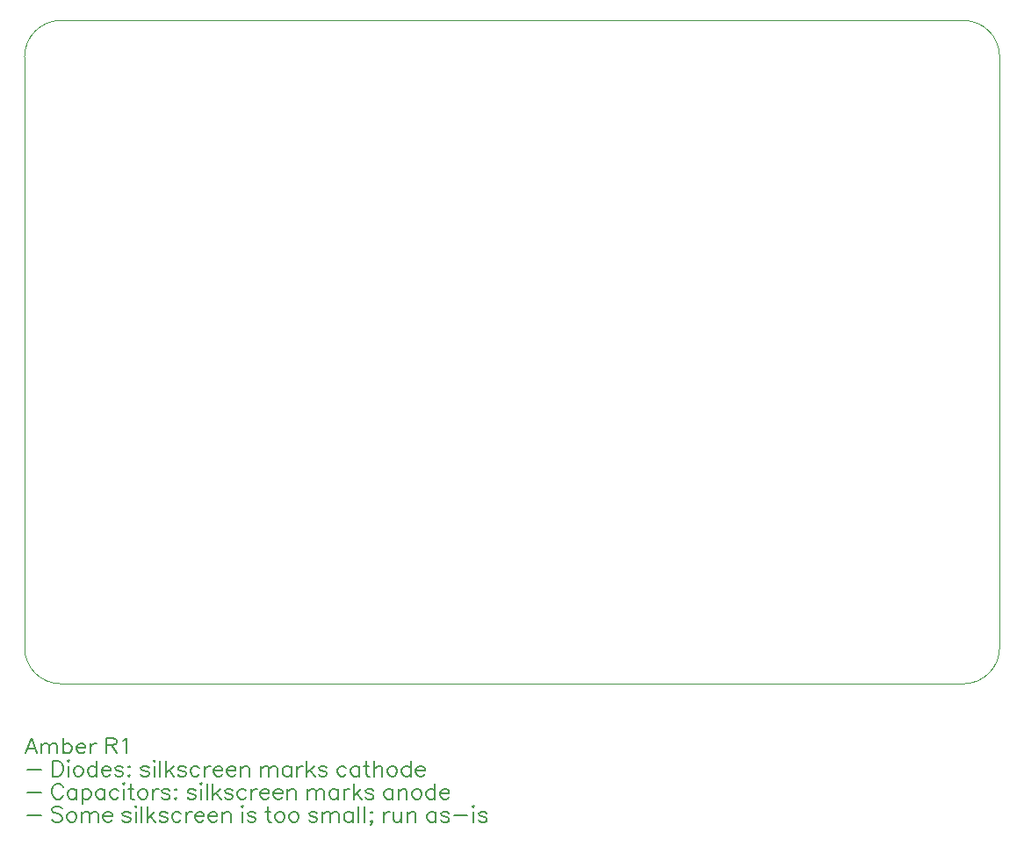
<source format=gbr>
%FSLAX46Y46*%
%MOMM*%
%ADD10C,0.010000*%
%ADD11C,0.180000*%
G01*
%LPD*%
G01*
%LPD*%
D10*
X0Y28500000D02*
X0Y-28500000D01*
D10*
X3499999Y-32000000D02*
X90500000Y-32000000D01*
D10*
X94000000Y-28500000D02*
X94000000Y28500000D01*
D10*
X90500000Y32000000D02*
X3499999Y32000000D01*
D11*
X71428Y-38714284D02*
X642857Y-37214284D01*
D11*
X1214285Y-38714284D02*
X642857Y-37214284D01*
D11*
X1000000Y-38214284D02*
X285714Y-38214284D01*
D11*
X1571428Y-38714284D02*
X1571428Y-37714284D01*
D11*
X1785714Y-37785716D02*
X1571428Y-38000000D01*
D11*
X1928571Y-37714284D02*
X1785714Y-37785716D01*
D11*
X2142857Y-37714284D02*
X1928571Y-37714284D01*
D11*
X2285714Y-37785716D02*
X2142857Y-37714284D01*
D11*
X2357142Y-38000000D02*
X2285714Y-37785716D01*
D11*
X2357142Y-38714284D02*
X2357142Y-38000000D01*
D11*
X2571428Y-37785716D02*
X2357142Y-38000000D01*
D11*
X2714285Y-37714284D02*
X2571428Y-37785716D01*
D11*
X2928571Y-37714284D02*
X2714285Y-37714284D01*
D11*
X3071428Y-37785716D02*
X2928571Y-37714284D01*
D11*
X3142857Y-38000000D02*
X3071428Y-37785716D01*
D11*
X3142857Y-38714284D02*
X3142857Y-38000000D01*
D11*
X3714285Y-38714284D02*
X3714285Y-37214284D01*
D11*
X3857142Y-37785716D02*
X3714285Y-37928572D01*
D11*
X4000000Y-37714284D02*
X3857142Y-37785716D01*
D11*
X4214285Y-37714284D02*
X4000000Y-37714284D01*
D11*
X4357143Y-37785716D02*
X4214285Y-37714284D01*
D11*
X4500000Y-37928572D02*
X4357143Y-37785716D01*
D11*
X4571428Y-38142856D02*
X4500000Y-37928572D01*
D11*
X4571428Y-38285716D02*
X4571428Y-38142856D01*
D11*
X4500000Y-38500000D02*
X4571428Y-38285716D01*
D11*
X4357143Y-38642856D02*
X4500000Y-38500000D01*
D11*
X4214285Y-38714284D02*
X4357143Y-38642856D01*
D11*
X4000000Y-38714284D02*
X4214285Y-38714284D01*
D11*
X3857142Y-38642856D02*
X4000000Y-38714284D01*
D11*
X3714285Y-38500000D02*
X3857142Y-38642856D01*
D11*
X5857143Y-38142856D02*
X5000000Y-38142856D01*
D11*
X5857143Y-38000000D02*
X5857143Y-38142856D01*
D11*
X5785714Y-37857144D02*
X5857143Y-38000000D01*
D11*
X5714285Y-37785716D02*
X5785714Y-37857144D01*
D11*
X5571428Y-37714284D02*
X5714285Y-37785716D01*
D11*
X5357143Y-37714284D02*
X5571428Y-37714284D01*
D11*
X5214285Y-37785716D02*
X5357143Y-37714284D01*
D11*
X5071428Y-37928572D02*
X5214285Y-37785716D01*
D11*
X5000000Y-38142856D02*
X5071428Y-37928572D01*
D11*
X5000000Y-38285716D02*
X5000000Y-38142856D01*
D11*
X5071428Y-38500000D02*
X5000000Y-38285716D01*
D11*
X5214285Y-38642856D02*
X5071428Y-38500000D01*
D11*
X5357143Y-38714284D02*
X5214285Y-38642856D01*
D11*
X5571428Y-38714284D02*
X5357143Y-38714284D01*
D11*
X5714285Y-38642856D02*
X5571428Y-38714284D01*
D11*
X5857143Y-38500000D02*
X5714285Y-38642856D01*
D11*
X6357143Y-38714284D02*
X6357143Y-37714284D01*
D11*
X6428571Y-37928572D02*
X6357143Y-38142856D01*
D11*
X6571428Y-37785716D02*
X6428571Y-37928572D01*
D11*
X6714285Y-37714284D02*
X6571428Y-37785716D01*
D11*
X6928571Y-37714284D02*
X6714285Y-37714284D01*
D11*
X7857142Y-38714284D02*
X7857142Y-37214284D01*
D11*
X8500000Y-37214284D02*
X7857142Y-37214284D01*
D11*
X8714286Y-37285716D02*
X8500000Y-37214284D01*
D11*
X8785714Y-37357144D02*
X8714286Y-37285716D01*
D11*
X8857143Y-37500000D02*
X8785714Y-37357144D01*
D11*
X8857143Y-37642856D02*
X8857143Y-37500000D01*
D11*
X8785714Y-37785716D02*
X8857143Y-37642856D01*
D11*
X8714286Y-37857144D02*
X8785714Y-37785716D01*
D11*
X8500000Y-37928572D02*
X8714286Y-37857144D01*
D11*
X7857142Y-37928572D02*
X8500000Y-37928572D01*
D11*
X8857143Y-38714284D02*
X8357142Y-37928572D01*
D11*
X9642857Y-37428572D02*
X9500000Y-37500000D01*
D11*
X9857143Y-37214284D02*
X9642857Y-37428572D01*
D11*
X9857143Y-38714284D02*
X9857143Y-37214284D01*
D11*
X1571428Y-40276428D02*
X285714Y-40276428D01*
D11*
X2714285Y-40919284D02*
X2714285Y-39419284D01*
D11*
X3214285Y-39419284D02*
X2714285Y-39419284D01*
D11*
X3428571Y-39490716D02*
X3214285Y-39419284D01*
D11*
X3571428Y-39633572D02*
X3428571Y-39490716D01*
D11*
X3642857Y-39776428D02*
X3571428Y-39633572D01*
D11*
X3714285Y-39990716D02*
X3642857Y-39776428D01*
D11*
X3714285Y-40347856D02*
X3714285Y-39990716D01*
D11*
X3642857Y-40562144D02*
X3714285Y-40347856D01*
D11*
X3571428Y-40705000D02*
X3642857Y-40562144D01*
D11*
X3428571Y-40847856D02*
X3571428Y-40705000D01*
D11*
X3214285Y-40919284D02*
X3428571Y-40847856D01*
D11*
X2714285Y-40919284D02*
X3214285Y-40919284D01*
D11*
X4214285Y-39490716D02*
X4142857Y-39419284D01*
D11*
X4285714Y-39419284D02*
X4214285Y-39490716D01*
D11*
X4214285Y-39347856D02*
X4285714Y-39419284D01*
D11*
X4142857Y-39419284D02*
X4214285Y-39347856D01*
D11*
X4214285Y-40919284D02*
X4214285Y-39919284D01*
D11*
X4928571Y-39990716D02*
X5071428Y-39919284D01*
D11*
X4785714Y-40133572D02*
X4928571Y-39990716D01*
D11*
X4714285Y-40347856D02*
X4785714Y-40133572D01*
D11*
X4714285Y-40490716D02*
X4714285Y-40347856D01*
D11*
X4785714Y-40705000D02*
X4714285Y-40490716D01*
D11*
X4928571Y-40847856D02*
X4785714Y-40705000D01*
D11*
X5071428Y-40919284D02*
X4928571Y-40847856D01*
D11*
X5285714Y-40919284D02*
X5071428Y-40919284D01*
D11*
X5428571Y-40847856D02*
X5285714Y-40919284D01*
D11*
X5571428Y-40705000D02*
X5428571Y-40847856D01*
D11*
X5642857Y-40490716D02*
X5571428Y-40705000D01*
D11*
X5642857Y-40347856D02*
X5642857Y-40490716D01*
D11*
X5571428Y-40133572D02*
X5642857Y-40347856D01*
D11*
X5428571Y-39990716D02*
X5571428Y-40133572D01*
D11*
X5285714Y-39919284D02*
X5428571Y-39990716D01*
D11*
X5071428Y-39919284D02*
X5285714Y-39919284D01*
D11*
X6928571Y-40919284D02*
X6928571Y-39419284D01*
D11*
X6785714Y-39990716D02*
X6928571Y-40133572D01*
D11*
X6642857Y-39919284D02*
X6785714Y-39990716D01*
D11*
X6428571Y-39919284D02*
X6642857Y-39919284D01*
D11*
X6285714Y-39990716D02*
X6428571Y-39919284D01*
D11*
X6142857Y-40133572D02*
X6285714Y-39990716D01*
D11*
X6071428Y-40347856D02*
X6142857Y-40133572D01*
D11*
X6071428Y-40490716D02*
X6071428Y-40347856D01*
D11*
X6142857Y-40705000D02*
X6071428Y-40490716D01*
D11*
X6285714Y-40847856D02*
X6142857Y-40705000D01*
D11*
X6428571Y-40919284D02*
X6285714Y-40847856D01*
D11*
X6642857Y-40919284D02*
X6428571Y-40919284D01*
D11*
X6785714Y-40847856D02*
X6642857Y-40919284D01*
D11*
X6928571Y-40705000D02*
X6785714Y-40847856D01*
D11*
X8285714Y-40347856D02*
X7428571Y-40347856D01*
D11*
X8285714Y-40205000D02*
X8285714Y-40347856D01*
D11*
X8214285Y-40062144D02*
X8285714Y-40205000D01*
D11*
X8142857Y-39990716D02*
X8214285Y-40062144D01*
D11*
X8000000Y-39919284D02*
X8142857Y-39990716D01*
D11*
X7785714Y-39919284D02*
X8000000Y-39919284D01*
D11*
X7642857Y-39990716D02*
X7785714Y-39919284D01*
D11*
X7500000Y-40133572D02*
X7642857Y-39990716D01*
D11*
X7428571Y-40347856D02*
X7500000Y-40133572D01*
D11*
X7428571Y-40490716D02*
X7428571Y-40347856D01*
D11*
X7500000Y-40705000D02*
X7428571Y-40490716D01*
D11*
X7642857Y-40847856D02*
X7500000Y-40705000D01*
D11*
X7785714Y-40919284D02*
X7642857Y-40847856D01*
D11*
X8000000Y-40919284D02*
X7785714Y-40919284D01*
D11*
X8142857Y-40847856D02*
X8000000Y-40919284D01*
D11*
X8285714Y-40705000D02*
X8142857Y-40847856D01*
D11*
X9428571Y-39990716D02*
X9500000Y-40133572D01*
D11*
X9214286Y-39919284D02*
X9428571Y-39990716D01*
D11*
X9000000Y-39919284D02*
X9214286Y-39919284D01*
D11*
X8785714Y-39990716D02*
X9000000Y-39919284D01*
D11*
X8714286Y-40133572D02*
X8785714Y-39990716D01*
D11*
X8785714Y-40276428D02*
X8714286Y-40133572D01*
D11*
X8928571Y-40347856D02*
X8785714Y-40276428D01*
D11*
X9285714Y-40419284D02*
X8928571Y-40347856D01*
D11*
X9428571Y-40490716D02*
X9285714Y-40419284D01*
D11*
X9500000Y-40633572D02*
X9428571Y-40490716D01*
D11*
X9500000Y-40705000D02*
X9500000Y-40633572D01*
D11*
X9428571Y-40847856D02*
X9500000Y-40705000D01*
D11*
X9214286Y-40919284D02*
X9428571Y-40847856D01*
D11*
X9000000Y-40919284D02*
X9214286Y-40919284D01*
D11*
X8785714Y-40847856D02*
X9000000Y-40919284D01*
D11*
X8714286Y-40705000D02*
X8785714Y-40847856D01*
D11*
X10000000Y-39990716D02*
X10071428Y-39919284D01*
D11*
X10071428Y-40062144D02*
X10000000Y-39990716D01*
D11*
X10142857Y-39990716D02*
X10071428Y-40062144D01*
D11*
X10071428Y-39919284D02*
X10142857Y-39990716D01*
D11*
X10000000Y-40847856D02*
X10071428Y-40776428D01*
D11*
X10071428Y-40919284D02*
X10000000Y-40847856D01*
D11*
X10142857Y-40847856D02*
X10071428Y-40919284D01*
D11*
X10071428Y-40776428D02*
X10142857Y-40847856D01*
D11*
X11928571Y-39990716D02*
X12000000Y-40133572D01*
D11*
X11714286Y-39919284D02*
X11928571Y-39990716D01*
D11*
X11500000Y-39919284D02*
X11714286Y-39919284D01*
D11*
X11285714Y-39990716D02*
X11500000Y-39919284D01*
D11*
X11214286Y-40133572D02*
X11285714Y-39990716D01*
D11*
X11285714Y-40276428D02*
X11214286Y-40133572D01*
D11*
X11428571Y-40347856D02*
X11285714Y-40276428D01*
D11*
X11785714Y-40419284D02*
X11428571Y-40347856D01*
D11*
X11928571Y-40490716D02*
X11785714Y-40419284D01*
D11*
X12000000Y-40633572D02*
X11928571Y-40490716D01*
D11*
X12000000Y-40705000D02*
X12000000Y-40633572D01*
D11*
X11928571Y-40847856D02*
X12000000Y-40705000D01*
D11*
X11714286Y-40919284D02*
X11928571Y-40847856D01*
D11*
X11500000Y-40919284D02*
X11714286Y-40919284D01*
D11*
X11285714Y-40847856D02*
X11500000Y-40919284D01*
D11*
X11214286Y-40705000D02*
X11285714Y-40847856D01*
D11*
X12500000Y-39490716D02*
X12428571Y-39419284D01*
D11*
X12571428Y-39419284D02*
X12500000Y-39490716D01*
D11*
X12500000Y-39347856D02*
X12571428Y-39419284D01*
D11*
X12428571Y-39419284D02*
X12500000Y-39347856D01*
D11*
X12500000Y-40919284D02*
X12500000Y-39919284D01*
D11*
X13071428Y-40919284D02*
X13071428Y-39419284D01*
D11*
X13642857Y-40919284D02*
X13642857Y-39419284D01*
D11*
X13642857Y-40633572D02*
X14357143Y-39919284D01*
D11*
X14428571Y-40919284D02*
X13928571Y-40347856D01*
D11*
X15500000Y-39990716D02*
X15571428Y-40133572D01*
D11*
X15285714Y-39919284D02*
X15500000Y-39990716D01*
D11*
X15071428Y-39919284D02*
X15285714Y-39919284D01*
D11*
X14857143Y-39990716D02*
X15071428Y-39919284D01*
D11*
X14785714Y-40133572D02*
X14857143Y-39990716D01*
D11*
X14857143Y-40276428D02*
X14785714Y-40133572D01*
D11*
X15000000Y-40347856D02*
X14857143Y-40276428D01*
D11*
X15357143Y-40419284D02*
X15000000Y-40347856D01*
D11*
X15500000Y-40490716D02*
X15357143Y-40419284D01*
D11*
X15571428Y-40633572D02*
X15500000Y-40490716D01*
D11*
X15571428Y-40705000D02*
X15571428Y-40633572D01*
D11*
X15500000Y-40847856D02*
X15571428Y-40705000D01*
D11*
X15285714Y-40919284D02*
X15500000Y-40847856D01*
D11*
X15071428Y-40919284D02*
X15285714Y-40919284D01*
D11*
X14857143Y-40847856D02*
X15071428Y-40919284D01*
D11*
X14785714Y-40705000D02*
X14857143Y-40847856D01*
D11*
X16714285Y-39990716D02*
X16857142Y-40133572D01*
D11*
X16571428Y-39919284D02*
X16714285Y-39990716D01*
D11*
X16357143Y-39919284D02*
X16571428Y-39919284D01*
D11*
X16214285Y-39990716D02*
X16357143Y-39919284D01*
D11*
X16071428Y-40133572D02*
X16214285Y-39990716D01*
D11*
X16000000Y-40347856D02*
X16071428Y-40133572D01*
D11*
X16000000Y-40490716D02*
X16000000Y-40347856D01*
D11*
X16071428Y-40705000D02*
X16000000Y-40490716D01*
D11*
X16214285Y-40847856D02*
X16071428Y-40705000D01*
D11*
X16357143Y-40919284D02*
X16214285Y-40847856D01*
D11*
X16571428Y-40919284D02*
X16357143Y-40919284D01*
D11*
X16714285Y-40847856D02*
X16571428Y-40919284D01*
D11*
X16857142Y-40705000D02*
X16714285Y-40847856D01*
D11*
X17357142Y-40919284D02*
X17357142Y-39919284D01*
D11*
X17428572Y-40133572D02*
X17357142Y-40347856D01*
D11*
X17571428Y-39990716D02*
X17428572Y-40133572D01*
D11*
X17714286Y-39919284D02*
X17571428Y-39990716D01*
D11*
X17928572Y-39919284D02*
X17714286Y-39919284D01*
D11*
X19071428Y-40347856D02*
X18214286Y-40347856D01*
D11*
X19071428Y-40205000D02*
X19071428Y-40347856D01*
D11*
X19000000Y-40062144D02*
X19071428Y-40205000D01*
D11*
X18928572Y-39990716D02*
X19000000Y-40062144D01*
D11*
X18785714Y-39919284D02*
X18928572Y-39990716D01*
D11*
X18571428Y-39919284D02*
X18785714Y-39919284D01*
D11*
X18428572Y-39990716D02*
X18571428Y-39919284D01*
D11*
X18285714Y-40133572D02*
X18428572Y-39990716D01*
D11*
X18214286Y-40347856D02*
X18285714Y-40133572D01*
D11*
X18214286Y-40490716D02*
X18214286Y-40347856D01*
D11*
X18285714Y-40705000D02*
X18214286Y-40490716D01*
D11*
X18428572Y-40847856D02*
X18285714Y-40705000D01*
D11*
X18571428Y-40919284D02*
X18428572Y-40847856D01*
D11*
X18785714Y-40919284D02*
X18571428Y-40919284D01*
D11*
X18928572Y-40847856D02*
X18785714Y-40919284D01*
D11*
X19071428Y-40705000D02*
X18928572Y-40847856D01*
D11*
X20357142Y-40347856D02*
X19500000Y-40347856D01*
D11*
X20357142Y-40205000D02*
X20357142Y-40347856D01*
D11*
X20285714Y-40062144D02*
X20357142Y-40205000D01*
D11*
X20214286Y-39990716D02*
X20285714Y-40062144D01*
D11*
X20071428Y-39919284D02*
X20214286Y-39990716D01*
D11*
X19857142Y-39919284D02*
X20071428Y-39919284D01*
D11*
X19714286Y-39990716D02*
X19857142Y-39919284D01*
D11*
X19571428Y-40133572D02*
X19714286Y-39990716D01*
D11*
X19500000Y-40347856D02*
X19571428Y-40133572D01*
D11*
X19500000Y-40490716D02*
X19500000Y-40347856D01*
D11*
X19571428Y-40705000D02*
X19500000Y-40490716D01*
D11*
X19714286Y-40847856D02*
X19571428Y-40705000D01*
D11*
X19857142Y-40919284D02*
X19714286Y-40847856D01*
D11*
X20071428Y-40919284D02*
X19857142Y-40919284D01*
D11*
X20214286Y-40847856D02*
X20071428Y-40919284D01*
D11*
X20357142Y-40705000D02*
X20214286Y-40847856D01*
D11*
X20857142Y-40919284D02*
X20857142Y-39919284D01*
D11*
X21071428Y-39990716D02*
X20857142Y-40205000D01*
D11*
X21214286Y-39919284D02*
X21071428Y-39990716D01*
D11*
X21428572Y-39919284D02*
X21214286Y-39919284D01*
D11*
X21571428Y-39990716D02*
X21428572Y-39919284D01*
D11*
X21642856Y-40205000D02*
X21571428Y-39990716D01*
D11*
X21642856Y-40919284D02*
X21642856Y-40205000D01*
D11*
X22785714Y-40919284D02*
X22785714Y-39919284D01*
D11*
X23000000Y-39990716D02*
X22785714Y-40205000D01*
D11*
X23142856Y-39919284D02*
X23000000Y-39990716D01*
D11*
X23357142Y-39919284D02*
X23142856Y-39919284D01*
D11*
X23500000Y-39990716D02*
X23357142Y-39919284D01*
D11*
X23571428Y-40205000D02*
X23500000Y-39990716D01*
D11*
X23571428Y-40919284D02*
X23571428Y-40205000D01*
D11*
X23785714Y-39990716D02*
X23571428Y-40205000D01*
D11*
X23928572Y-39919284D02*
X23785714Y-39990716D01*
D11*
X24142856Y-39919284D02*
X23928572Y-39919284D01*
D11*
X24285714Y-39990716D02*
X24142856Y-39919284D01*
D11*
X24357142Y-40205000D02*
X24285714Y-39990716D01*
D11*
X24357142Y-40919284D02*
X24357142Y-40205000D01*
D11*
X25714286Y-40919284D02*
X25714286Y-39919284D01*
D11*
X25571428Y-39990716D02*
X25714286Y-40133572D01*
D11*
X25428572Y-39919284D02*
X25571428Y-39990716D01*
D11*
X25214286Y-39919284D02*
X25428572Y-39919284D01*
D11*
X25071428Y-39990716D02*
X25214286Y-39919284D01*
D11*
X24928572Y-40133572D02*
X25071428Y-39990716D01*
D11*
X24857142Y-40347856D02*
X24928572Y-40133572D01*
D11*
X24857142Y-40490716D02*
X24857142Y-40347856D01*
D11*
X24928572Y-40705000D02*
X24857142Y-40490716D01*
D11*
X25071428Y-40847856D02*
X24928572Y-40705000D01*
D11*
X25214286Y-40919284D02*
X25071428Y-40847856D01*
D11*
X25428572Y-40919284D02*
X25214286Y-40919284D01*
D11*
X25571428Y-40847856D02*
X25428572Y-40919284D01*
D11*
X25714286Y-40705000D02*
X25571428Y-40847856D01*
D11*
X26285714Y-40919284D02*
X26285714Y-39919284D01*
D11*
X26357142Y-40133572D02*
X26285714Y-40347856D01*
D11*
X26500000Y-39990716D02*
X26357142Y-40133572D01*
D11*
X26642856Y-39919284D02*
X26500000Y-39990716D01*
D11*
X26857142Y-39919284D02*
X26642856Y-39919284D01*
D11*
X27214286Y-40919284D02*
X27214286Y-39419284D01*
D11*
X27214286Y-40633572D02*
X27928570Y-39919284D01*
D11*
X28000000Y-40919284D02*
X27500000Y-40347856D01*
D11*
X29071428Y-39990716D02*
X29142856Y-40133572D01*
D11*
X28857142Y-39919284D02*
X29071428Y-39990716D01*
D11*
X28642856Y-39919284D02*
X28857142Y-39919284D01*
D11*
X28428570Y-39990716D02*
X28642856Y-39919284D01*
D11*
X28357142Y-40133572D02*
X28428570Y-39990716D01*
D11*
X28428570Y-40276428D02*
X28357142Y-40133572D01*
D11*
X28571428Y-40347856D02*
X28428570Y-40276428D01*
D11*
X28928570Y-40419284D02*
X28571428Y-40347856D01*
D11*
X29071428Y-40490716D02*
X28928570Y-40419284D01*
D11*
X29142856Y-40633572D02*
X29071428Y-40490716D01*
D11*
X29142856Y-40705000D02*
X29142856Y-40633572D01*
D11*
X29071428Y-40847856D02*
X29142856Y-40705000D01*
D11*
X28857142Y-40919284D02*
X29071428Y-40847856D01*
D11*
X28642856Y-40919284D02*
X28857142Y-40919284D01*
D11*
X28428570Y-40847856D02*
X28642856Y-40919284D01*
D11*
X28357142Y-40705000D02*
X28428570Y-40847856D01*
D11*
X30857142Y-39990716D02*
X31000000Y-40133572D01*
D11*
X30714286Y-39919284D02*
X30857142Y-39990716D01*
D11*
X30500000Y-39919284D02*
X30714286Y-39919284D01*
D11*
X30357142Y-39990716D02*
X30500000Y-39919284D01*
D11*
X30214286Y-40133572D02*
X30357142Y-39990716D01*
D11*
X30142856Y-40347856D02*
X30214286Y-40133572D01*
D11*
X30142856Y-40490716D02*
X30142856Y-40347856D01*
D11*
X30214286Y-40705000D02*
X30142856Y-40490716D01*
D11*
X30357142Y-40847856D02*
X30214286Y-40705000D01*
D11*
X30500000Y-40919284D02*
X30357142Y-40847856D01*
D11*
X30714286Y-40919284D02*
X30500000Y-40919284D01*
D11*
X30857142Y-40847856D02*
X30714286Y-40919284D01*
D11*
X31000000Y-40705000D02*
X30857142Y-40847856D01*
D11*
X32285714Y-40919284D02*
X32285714Y-39919284D01*
D11*
X32142856Y-39990716D02*
X32285714Y-40133572D01*
D11*
X32000000Y-39919284D02*
X32142856Y-39990716D01*
D11*
X31785714Y-39919284D02*
X32000000Y-39919284D01*
D11*
X31642856Y-39990716D02*
X31785714Y-39919284D01*
D11*
X31500000Y-40133572D02*
X31642856Y-39990716D01*
D11*
X31428570Y-40347856D02*
X31500000Y-40133572D01*
D11*
X31428570Y-40490716D02*
X31428570Y-40347856D01*
D11*
X31500000Y-40705000D02*
X31428570Y-40490716D01*
D11*
X31642856Y-40847856D02*
X31500000Y-40705000D01*
D11*
X31785714Y-40919284D02*
X31642856Y-40847856D01*
D11*
X32000000Y-40919284D02*
X31785714Y-40919284D01*
D11*
X32142856Y-40847856D02*
X32000000Y-40919284D01*
D11*
X32285714Y-40705000D02*
X32142856Y-40847856D01*
D11*
X32928570Y-40633572D02*
X32928570Y-39419284D01*
D11*
X33000000Y-40847856D02*
X32928570Y-40633572D01*
D11*
X33142856Y-40919284D02*
X33000000Y-40847856D01*
D11*
X33285714Y-40919284D02*
X33142856Y-40919284D01*
D11*
X33214286Y-39919284D02*
X32714286Y-39919284D01*
D11*
X33714284Y-40919284D02*
X33714284Y-39419284D01*
D11*
X33928572Y-39990716D02*
X33714284Y-40205000D01*
D11*
X34071428Y-39919284D02*
X33928572Y-39990716D01*
D11*
X34285712Y-39919284D02*
X34071428Y-39919284D01*
D11*
X34428572Y-39990716D02*
X34285712Y-39919284D01*
D11*
X34500000Y-40205000D02*
X34428572Y-39990716D01*
D11*
X34500000Y-40919284D02*
X34500000Y-40205000D01*
D11*
X35214284Y-39990716D02*
X35357144Y-39919284D01*
D11*
X35071428Y-40133572D02*
X35214284Y-39990716D01*
D11*
X35000000Y-40347856D02*
X35071428Y-40133572D01*
D11*
X35000000Y-40490716D02*
X35000000Y-40347856D01*
D11*
X35071428Y-40705000D02*
X35000000Y-40490716D01*
D11*
X35214284Y-40847856D02*
X35071428Y-40705000D01*
D11*
X35357144Y-40919284D02*
X35214284Y-40847856D01*
D11*
X35571428Y-40919284D02*
X35357144Y-40919284D01*
D11*
X35714284Y-40847856D02*
X35571428Y-40919284D01*
D11*
X35857144Y-40705000D02*
X35714284Y-40847856D01*
D11*
X35928572Y-40490716D02*
X35857144Y-40705000D01*
D11*
X35928572Y-40347856D02*
X35928572Y-40490716D01*
D11*
X35857144Y-40133572D02*
X35928572Y-40347856D01*
D11*
X35714284Y-39990716D02*
X35857144Y-40133572D01*
D11*
X35571428Y-39919284D02*
X35714284Y-39990716D01*
D11*
X35357144Y-39919284D02*
X35571428Y-39919284D01*
D11*
X37214284Y-40919284D02*
X37214284Y-39419284D01*
D11*
X37071428Y-39990716D02*
X37214284Y-40133572D01*
D11*
X36928572Y-39919284D02*
X37071428Y-39990716D01*
D11*
X36714284Y-39919284D02*
X36928572Y-39919284D01*
D11*
X36571428Y-39990716D02*
X36714284Y-39919284D01*
D11*
X36428572Y-40133572D02*
X36571428Y-39990716D01*
D11*
X36357144Y-40347856D02*
X36428572Y-40133572D01*
D11*
X36357144Y-40490716D02*
X36357144Y-40347856D01*
D11*
X36428572Y-40705000D02*
X36357144Y-40490716D01*
D11*
X36571428Y-40847856D02*
X36428572Y-40705000D01*
D11*
X36714284Y-40919284D02*
X36571428Y-40847856D01*
D11*
X36928572Y-40919284D02*
X36714284Y-40919284D01*
D11*
X37071428Y-40847856D02*
X36928572Y-40919284D01*
D11*
X37214284Y-40705000D02*
X37071428Y-40847856D01*
D11*
X38571428Y-40347856D02*
X37714284Y-40347856D01*
D11*
X38571428Y-40205000D02*
X38571428Y-40347856D01*
D11*
X38500000Y-40062144D02*
X38571428Y-40205000D01*
D11*
X38428572Y-39990716D02*
X38500000Y-40062144D01*
D11*
X38285712Y-39919284D02*
X38428572Y-39990716D01*
D11*
X38071428Y-39919284D02*
X38285712Y-39919284D01*
D11*
X37928572Y-39990716D02*
X38071428Y-39919284D01*
D11*
X37785712Y-40133572D02*
X37928572Y-39990716D01*
D11*
X37714284Y-40347856D02*
X37785712Y-40133572D01*
D11*
X37714284Y-40490716D02*
X37714284Y-40347856D01*
D11*
X37785712Y-40705000D02*
X37714284Y-40490716D01*
D11*
X37928572Y-40847856D02*
X37785712Y-40705000D01*
D11*
X38071428Y-40919284D02*
X37928572Y-40847856D01*
D11*
X38285712Y-40919284D02*
X38071428Y-40919284D01*
D11*
X38428572Y-40847856D02*
X38285712Y-40919284D01*
D11*
X38571428Y-40705000D02*
X38428572Y-40847856D01*
D11*
X1571428Y-42481428D02*
X285714Y-42481428D01*
D11*
X3642857Y-41838572D02*
X3714285Y-41981428D01*
D11*
X3500000Y-41695716D02*
X3642857Y-41838572D01*
D11*
X3357142Y-41624284D02*
X3500000Y-41695716D01*
D11*
X3071428Y-41624284D02*
X3357142Y-41624284D01*
D11*
X2928571Y-41695716D02*
X3071428Y-41624284D01*
D11*
X2785714Y-41838572D02*
X2928571Y-41695716D01*
D11*
X2714285Y-41981428D02*
X2785714Y-41838572D01*
D11*
X2642857Y-42195716D02*
X2714285Y-41981428D01*
D11*
X2642857Y-42552856D02*
X2642857Y-42195716D01*
D11*
X2714285Y-42767144D02*
X2642857Y-42552856D01*
D11*
X2785714Y-42910000D02*
X2714285Y-42767144D01*
D11*
X2928571Y-43052856D02*
X2785714Y-42910000D01*
D11*
X3071428Y-43124284D02*
X2928571Y-43052856D01*
D11*
X3357142Y-43124284D02*
X3071428Y-43124284D01*
D11*
X3500000Y-43052856D02*
X3357142Y-43124284D01*
D11*
X3642857Y-42910000D02*
X3500000Y-43052856D01*
D11*
X3714285Y-42767144D02*
X3642857Y-42910000D01*
D11*
X5000000Y-43124284D02*
X5000000Y-42124284D01*
D11*
X4857143Y-42195716D02*
X5000000Y-42338572D01*
D11*
X4714285Y-42124284D02*
X4857143Y-42195716D01*
D11*
X4500000Y-42124284D02*
X4714285Y-42124284D01*
D11*
X4357143Y-42195716D02*
X4500000Y-42124284D01*
D11*
X4214285Y-42338572D02*
X4357143Y-42195716D01*
D11*
X4142857Y-42552856D02*
X4214285Y-42338572D01*
D11*
X4142857Y-42695716D02*
X4142857Y-42552856D01*
D11*
X4214285Y-42910000D02*
X4142857Y-42695716D01*
D11*
X4357143Y-43052856D02*
X4214285Y-42910000D01*
D11*
X4500000Y-43124284D02*
X4357143Y-43052856D01*
D11*
X4714285Y-43124284D02*
X4500000Y-43124284D01*
D11*
X4857143Y-43052856D02*
X4714285Y-43124284D01*
D11*
X5000000Y-42910000D02*
X4857143Y-43052856D01*
D11*
X5571428Y-43624284D02*
X5571428Y-42124284D01*
D11*
X5714285Y-42195716D02*
X5571428Y-42338572D01*
D11*
X5857143Y-42124284D02*
X5714285Y-42195716D01*
D11*
X6071428Y-42124284D02*
X5857143Y-42124284D01*
D11*
X6214285Y-42195716D02*
X6071428Y-42124284D01*
D11*
X6357143Y-42338572D02*
X6214285Y-42195716D01*
D11*
X6428571Y-42552856D02*
X6357143Y-42338572D01*
D11*
X6428571Y-42695716D02*
X6428571Y-42552856D01*
D11*
X6357143Y-42910000D02*
X6428571Y-42695716D01*
D11*
X6214285Y-43052856D02*
X6357143Y-42910000D01*
D11*
X6071428Y-43124284D02*
X6214285Y-43052856D01*
D11*
X5857143Y-43124284D02*
X6071428Y-43124284D01*
D11*
X5714285Y-43052856D02*
X5857143Y-43124284D01*
D11*
X5571428Y-42910000D02*
X5714285Y-43052856D01*
D11*
X7714285Y-43124284D02*
X7714285Y-42124284D01*
D11*
X7571428Y-42195716D02*
X7714285Y-42338572D01*
D11*
X7428571Y-42124284D02*
X7571428Y-42195716D01*
D11*
X7214285Y-42124284D02*
X7428571Y-42124284D01*
D11*
X7071428Y-42195716D02*
X7214285Y-42124284D01*
D11*
X6928571Y-42338572D02*
X7071428Y-42195716D01*
D11*
X6857143Y-42552856D02*
X6928571Y-42338572D01*
D11*
X6857143Y-42695716D02*
X6857143Y-42552856D01*
D11*
X6928571Y-42910000D02*
X6857143Y-42695716D01*
D11*
X7071428Y-43052856D02*
X6928571Y-42910000D01*
D11*
X7214285Y-43124284D02*
X7071428Y-43052856D01*
D11*
X7428571Y-43124284D02*
X7214285Y-43124284D01*
D11*
X7571428Y-43052856D02*
X7428571Y-43124284D01*
D11*
X7714285Y-42910000D02*
X7571428Y-43052856D01*
D11*
X8928571Y-42195716D02*
X9071428Y-42338572D01*
D11*
X8785714Y-42124284D02*
X8928571Y-42195716D01*
D11*
X8571428Y-42124284D02*
X8785714Y-42124284D01*
D11*
X8428571Y-42195716D02*
X8571428Y-42124284D01*
D11*
X8285714Y-42338572D02*
X8428571Y-42195716D01*
D11*
X8214285Y-42552856D02*
X8285714Y-42338572D01*
D11*
X8214285Y-42695716D02*
X8214285Y-42552856D01*
D11*
X8285714Y-42910000D02*
X8214285Y-42695716D01*
D11*
X8428571Y-43052856D02*
X8285714Y-42910000D01*
D11*
X8571428Y-43124284D02*
X8428571Y-43052856D01*
D11*
X8785714Y-43124284D02*
X8571428Y-43124284D01*
D11*
X8928571Y-43052856D02*
X8785714Y-43124284D01*
D11*
X9071428Y-42910000D02*
X8928571Y-43052856D01*
D11*
X9571428Y-41695716D02*
X9500000Y-41624284D01*
D11*
X9642857Y-41624284D02*
X9571428Y-41695716D01*
D11*
X9571428Y-41552856D02*
X9642857Y-41624284D01*
D11*
X9500000Y-41624284D02*
X9571428Y-41552856D01*
D11*
X9571428Y-43124284D02*
X9571428Y-42124284D01*
D11*
X10214286Y-42838572D02*
X10214286Y-41624284D01*
D11*
X10285714Y-43052856D02*
X10214286Y-42838572D01*
D11*
X10428571Y-43124284D02*
X10285714Y-43052856D01*
D11*
X10571428Y-43124284D02*
X10428571Y-43124284D01*
D11*
X10500000Y-42124284D02*
X10000000Y-42124284D01*
D11*
X11142857Y-42195716D02*
X11285714Y-42124284D01*
D11*
X11000000Y-42338572D02*
X11142857Y-42195716D01*
D11*
X10928571Y-42552856D02*
X11000000Y-42338572D01*
D11*
X10928571Y-42695716D02*
X10928571Y-42552856D01*
D11*
X11000000Y-42910000D02*
X10928571Y-42695716D01*
D11*
X11142857Y-43052856D02*
X11000000Y-42910000D01*
D11*
X11285714Y-43124284D02*
X11142857Y-43052856D01*
D11*
X11500000Y-43124284D02*
X11285714Y-43124284D01*
D11*
X11642857Y-43052856D02*
X11500000Y-43124284D01*
D11*
X11785714Y-42910000D02*
X11642857Y-43052856D01*
D11*
X11857143Y-42695716D02*
X11785714Y-42910000D01*
D11*
X11857143Y-42552856D02*
X11857143Y-42695716D01*
D11*
X11785714Y-42338572D02*
X11857143Y-42552856D01*
D11*
X11642857Y-42195716D02*
X11785714Y-42338572D01*
D11*
X11500000Y-42124284D02*
X11642857Y-42195716D01*
D11*
X11285714Y-42124284D02*
X11500000Y-42124284D01*
D11*
X12357143Y-43124284D02*
X12357143Y-42124284D01*
D11*
X12428571Y-42338572D02*
X12357143Y-42552856D01*
D11*
X12571428Y-42195716D02*
X12428571Y-42338572D01*
D11*
X12714286Y-42124284D02*
X12571428Y-42195716D01*
D11*
X12928571Y-42124284D02*
X12714286Y-42124284D01*
D11*
X13928571Y-42195716D02*
X14000000Y-42338572D01*
D11*
X13714286Y-42124284D02*
X13928571Y-42195716D01*
D11*
X13500000Y-42124284D02*
X13714286Y-42124284D01*
D11*
X13285714Y-42195716D02*
X13500000Y-42124284D01*
D11*
X13214286Y-42338572D02*
X13285714Y-42195716D01*
D11*
X13285714Y-42481428D02*
X13214286Y-42338572D01*
D11*
X13428571Y-42552856D02*
X13285714Y-42481428D01*
D11*
X13785714Y-42624284D02*
X13428571Y-42552856D01*
D11*
X13928571Y-42695716D02*
X13785714Y-42624284D01*
D11*
X14000000Y-42838572D02*
X13928571Y-42695716D01*
D11*
X14000000Y-42910000D02*
X14000000Y-42838572D01*
D11*
X13928571Y-43052856D02*
X14000000Y-42910000D01*
D11*
X13714286Y-43124284D02*
X13928571Y-43052856D01*
D11*
X13500000Y-43124284D02*
X13714286Y-43124284D01*
D11*
X13285714Y-43052856D02*
X13500000Y-43124284D01*
D11*
X13214286Y-42910000D02*
X13285714Y-43052856D01*
D11*
X14500000Y-42195716D02*
X14571428Y-42124284D01*
D11*
X14571428Y-42267144D02*
X14500000Y-42195716D01*
D11*
X14642857Y-42195716D02*
X14571428Y-42267144D01*
D11*
X14571428Y-42124284D02*
X14642857Y-42195716D01*
D11*
X14500000Y-43052856D02*
X14571428Y-42981428D01*
D11*
X14571428Y-43124284D02*
X14500000Y-43052856D01*
D11*
X14642857Y-43052856D02*
X14571428Y-43124284D01*
D11*
X14571428Y-42981428D02*
X14642857Y-43052856D01*
D11*
X16428571Y-42195716D02*
X16500000Y-42338572D01*
D11*
X16214285Y-42124284D02*
X16428571Y-42195716D01*
D11*
X16000000Y-42124284D02*
X16214285Y-42124284D01*
D11*
X15785714Y-42195716D02*
X16000000Y-42124284D01*
D11*
X15714285Y-42338572D02*
X15785714Y-42195716D01*
D11*
X15785714Y-42481428D02*
X15714285Y-42338572D01*
D11*
X15928571Y-42552856D02*
X15785714Y-42481428D01*
D11*
X16285714Y-42624284D02*
X15928571Y-42552856D01*
D11*
X16428571Y-42695716D02*
X16285714Y-42624284D01*
D11*
X16500000Y-42838572D02*
X16428571Y-42695716D01*
D11*
X16500000Y-42910000D02*
X16500000Y-42838572D01*
D11*
X16428571Y-43052856D02*
X16500000Y-42910000D01*
D11*
X16214285Y-43124284D02*
X16428571Y-43052856D01*
D11*
X16000000Y-43124284D02*
X16214285Y-43124284D01*
D11*
X15785714Y-43052856D02*
X16000000Y-43124284D01*
D11*
X15714285Y-42910000D02*
X15785714Y-43052856D01*
D11*
X17000000Y-41695716D02*
X16928572Y-41624284D01*
D11*
X17071428Y-41624284D02*
X17000000Y-41695716D01*
D11*
X17000000Y-41552856D02*
X17071428Y-41624284D01*
D11*
X16928572Y-41624284D02*
X17000000Y-41552856D01*
D11*
X17000000Y-43124284D02*
X17000000Y-42124284D01*
D11*
X17571428Y-43124284D02*
X17571428Y-41624284D01*
D11*
X18142856Y-43124284D02*
X18142856Y-41624284D01*
D11*
X18142856Y-42838572D02*
X18857142Y-42124284D01*
D11*
X18928572Y-43124284D02*
X18428572Y-42552856D01*
D11*
X20000000Y-42195716D02*
X20071428Y-42338572D01*
D11*
X19785714Y-42124284D02*
X20000000Y-42195716D01*
D11*
X19571428Y-42124284D02*
X19785714Y-42124284D01*
D11*
X19357142Y-42195716D02*
X19571428Y-42124284D01*
D11*
X19285714Y-42338572D02*
X19357142Y-42195716D01*
D11*
X19357142Y-42481428D02*
X19285714Y-42338572D01*
D11*
X19500000Y-42552856D02*
X19357142Y-42481428D01*
D11*
X19857142Y-42624284D02*
X19500000Y-42552856D01*
D11*
X20000000Y-42695716D02*
X19857142Y-42624284D01*
D11*
X20071428Y-42838572D02*
X20000000Y-42695716D01*
D11*
X20071428Y-42910000D02*
X20071428Y-42838572D01*
D11*
X20000000Y-43052856D02*
X20071428Y-42910000D01*
D11*
X19785714Y-43124284D02*
X20000000Y-43052856D01*
D11*
X19571428Y-43124284D02*
X19785714Y-43124284D01*
D11*
X19357142Y-43052856D02*
X19571428Y-43124284D01*
D11*
X19285714Y-42910000D02*
X19357142Y-43052856D01*
D11*
X21214286Y-42195716D02*
X21357142Y-42338572D01*
D11*
X21071428Y-42124284D02*
X21214286Y-42195716D01*
D11*
X20857142Y-42124284D02*
X21071428Y-42124284D01*
D11*
X20714286Y-42195716D02*
X20857142Y-42124284D01*
D11*
X20571428Y-42338572D02*
X20714286Y-42195716D01*
D11*
X20500000Y-42552856D02*
X20571428Y-42338572D01*
D11*
X20500000Y-42695716D02*
X20500000Y-42552856D01*
D11*
X20571428Y-42910000D02*
X20500000Y-42695716D01*
D11*
X20714286Y-43052856D02*
X20571428Y-42910000D01*
D11*
X20857142Y-43124284D02*
X20714286Y-43052856D01*
D11*
X21071428Y-43124284D02*
X20857142Y-43124284D01*
D11*
X21214286Y-43052856D02*
X21071428Y-43124284D01*
D11*
X21357142Y-42910000D02*
X21214286Y-43052856D01*
D11*
X21857142Y-43124284D02*
X21857142Y-42124284D01*
D11*
X21928572Y-42338572D02*
X21857142Y-42552856D01*
D11*
X22071428Y-42195716D02*
X21928572Y-42338572D01*
D11*
X22214286Y-42124284D02*
X22071428Y-42195716D01*
D11*
X22428572Y-42124284D02*
X22214286Y-42124284D01*
D11*
X23571428Y-42552856D02*
X22714286Y-42552856D01*
D11*
X23571428Y-42410000D02*
X23571428Y-42552856D01*
D11*
X23500000Y-42267144D02*
X23571428Y-42410000D01*
D11*
X23428572Y-42195716D02*
X23500000Y-42267144D01*
D11*
X23285714Y-42124284D02*
X23428572Y-42195716D01*
D11*
X23071428Y-42124284D02*
X23285714Y-42124284D01*
D11*
X22928572Y-42195716D02*
X23071428Y-42124284D01*
D11*
X22785714Y-42338572D02*
X22928572Y-42195716D01*
D11*
X22714286Y-42552856D02*
X22785714Y-42338572D01*
D11*
X22714286Y-42695716D02*
X22714286Y-42552856D01*
D11*
X22785714Y-42910000D02*
X22714286Y-42695716D01*
D11*
X22928572Y-43052856D02*
X22785714Y-42910000D01*
D11*
X23071428Y-43124284D02*
X22928572Y-43052856D01*
D11*
X23285714Y-43124284D02*
X23071428Y-43124284D01*
D11*
X23428572Y-43052856D02*
X23285714Y-43124284D01*
D11*
X23571428Y-42910000D02*
X23428572Y-43052856D01*
D11*
X24857142Y-42552856D02*
X24000000Y-42552856D01*
D11*
X24857142Y-42410000D02*
X24857142Y-42552856D01*
D11*
X24785714Y-42267144D02*
X24857142Y-42410000D01*
D11*
X24714286Y-42195716D02*
X24785714Y-42267144D01*
D11*
X24571428Y-42124284D02*
X24714286Y-42195716D01*
D11*
X24357142Y-42124284D02*
X24571428Y-42124284D01*
D11*
X24214286Y-42195716D02*
X24357142Y-42124284D01*
D11*
X24071428Y-42338572D02*
X24214286Y-42195716D01*
D11*
X24000000Y-42552856D02*
X24071428Y-42338572D01*
D11*
X24000000Y-42695716D02*
X24000000Y-42552856D01*
D11*
X24071428Y-42910000D02*
X24000000Y-42695716D01*
D11*
X24214286Y-43052856D02*
X24071428Y-42910000D01*
D11*
X24357142Y-43124284D02*
X24214286Y-43052856D01*
D11*
X24571428Y-43124284D02*
X24357142Y-43124284D01*
D11*
X24714286Y-43052856D02*
X24571428Y-43124284D01*
D11*
X24857142Y-42910000D02*
X24714286Y-43052856D01*
D11*
X25357142Y-43124284D02*
X25357142Y-42124284D01*
D11*
X25571428Y-42195716D02*
X25357142Y-42410000D01*
D11*
X25714286Y-42124284D02*
X25571428Y-42195716D01*
D11*
X25928572Y-42124284D02*
X25714286Y-42124284D01*
D11*
X26071428Y-42195716D02*
X25928572Y-42124284D01*
D11*
X26142856Y-42410000D02*
X26071428Y-42195716D01*
D11*
X26142856Y-43124284D02*
X26142856Y-42410000D01*
D11*
X27285714Y-43124284D02*
X27285714Y-42124284D01*
D11*
X27500000Y-42195716D02*
X27285714Y-42410000D01*
D11*
X27642856Y-42124284D02*
X27500000Y-42195716D01*
D11*
X27857142Y-42124284D02*
X27642856Y-42124284D01*
D11*
X28000000Y-42195716D02*
X27857142Y-42124284D01*
D11*
X28071428Y-42410000D02*
X28000000Y-42195716D01*
D11*
X28071428Y-43124284D02*
X28071428Y-42410000D01*
D11*
X28285714Y-42195716D02*
X28071428Y-42410000D01*
D11*
X28428570Y-42124284D02*
X28285714Y-42195716D01*
D11*
X28642856Y-42124284D02*
X28428570Y-42124284D01*
D11*
X28785714Y-42195716D02*
X28642856Y-42124284D01*
D11*
X28857142Y-42410000D02*
X28785714Y-42195716D01*
D11*
X28857142Y-43124284D02*
X28857142Y-42410000D01*
D11*
X30214286Y-43124284D02*
X30214286Y-42124284D01*
D11*
X30071428Y-42195716D02*
X30214286Y-42338572D01*
D11*
X29928570Y-42124284D02*
X30071428Y-42195716D01*
D11*
X29714286Y-42124284D02*
X29928570Y-42124284D01*
D11*
X29571428Y-42195716D02*
X29714286Y-42124284D01*
D11*
X29428570Y-42338572D02*
X29571428Y-42195716D01*
D11*
X29357142Y-42552856D02*
X29428570Y-42338572D01*
D11*
X29357142Y-42695716D02*
X29357142Y-42552856D01*
D11*
X29428570Y-42910000D02*
X29357142Y-42695716D01*
D11*
X29571428Y-43052856D02*
X29428570Y-42910000D01*
D11*
X29714286Y-43124284D02*
X29571428Y-43052856D01*
D11*
X29928570Y-43124284D02*
X29714286Y-43124284D01*
D11*
X30071428Y-43052856D02*
X29928570Y-43124284D01*
D11*
X30214286Y-42910000D02*
X30071428Y-43052856D01*
D11*
X30785714Y-43124284D02*
X30785714Y-42124284D01*
D11*
X30857142Y-42338572D02*
X30785714Y-42552856D01*
D11*
X31000000Y-42195716D02*
X30857142Y-42338572D01*
D11*
X31142856Y-42124284D02*
X31000000Y-42195716D01*
D11*
X31357142Y-42124284D02*
X31142856Y-42124284D01*
D11*
X31714286Y-43124284D02*
X31714286Y-41624284D01*
D11*
X31714286Y-42838572D02*
X32428570Y-42124284D01*
D11*
X32500000Y-43124284D02*
X32000000Y-42552856D01*
D11*
X33571428Y-42195716D02*
X33642856Y-42338572D01*
D11*
X33357142Y-42124284D02*
X33571428Y-42195716D01*
D11*
X33142856Y-42124284D02*
X33357142Y-42124284D01*
D11*
X32928570Y-42195716D02*
X33142856Y-42124284D01*
D11*
X32857142Y-42338572D02*
X32928570Y-42195716D01*
D11*
X32928570Y-42481428D02*
X32857142Y-42338572D01*
D11*
X33071428Y-42552856D02*
X32928570Y-42481428D01*
D11*
X33428570Y-42624284D02*
X33071428Y-42552856D01*
D11*
X33571428Y-42695716D02*
X33428570Y-42624284D01*
D11*
X33642856Y-42838572D02*
X33571428Y-42695716D01*
D11*
X33642856Y-42910000D02*
X33642856Y-42838572D01*
D11*
X33571428Y-43052856D02*
X33642856Y-42910000D01*
D11*
X33357142Y-43124284D02*
X33571428Y-43052856D01*
D11*
X33142856Y-43124284D02*
X33357142Y-43124284D01*
D11*
X32928570Y-43052856D02*
X33142856Y-43124284D01*
D11*
X32857142Y-42910000D02*
X32928570Y-43052856D01*
D11*
X35500000Y-43124284D02*
X35500000Y-42124284D01*
D11*
X35357144Y-42195716D02*
X35500000Y-42338572D01*
D11*
X35214284Y-42124284D02*
X35357144Y-42195716D01*
D11*
X35000000Y-42124284D02*
X35214284Y-42124284D01*
D11*
X34857144Y-42195716D02*
X35000000Y-42124284D01*
D11*
X34714284Y-42338572D02*
X34857144Y-42195716D01*
D11*
X34642856Y-42552856D02*
X34714284Y-42338572D01*
D11*
X34642856Y-42695716D02*
X34642856Y-42552856D01*
D11*
X34714284Y-42910000D02*
X34642856Y-42695716D01*
D11*
X34857144Y-43052856D02*
X34714284Y-42910000D01*
D11*
X35000000Y-43124284D02*
X34857144Y-43052856D01*
D11*
X35214284Y-43124284D02*
X35000000Y-43124284D01*
D11*
X35357144Y-43052856D02*
X35214284Y-43124284D01*
D11*
X35500000Y-42910000D02*
X35357144Y-43052856D01*
D11*
X36071428Y-43124284D02*
X36071428Y-42124284D01*
D11*
X36285712Y-42195716D02*
X36071428Y-42410000D01*
D11*
X36428572Y-42124284D02*
X36285712Y-42195716D01*
D11*
X36642856Y-42124284D02*
X36428572Y-42124284D01*
D11*
X36785712Y-42195716D02*
X36642856Y-42124284D01*
D11*
X36857144Y-42410000D02*
X36785712Y-42195716D01*
D11*
X36857144Y-43124284D02*
X36857144Y-42410000D01*
D11*
X37571428Y-42195716D02*
X37714284Y-42124284D01*
D11*
X37428572Y-42338572D02*
X37571428Y-42195716D01*
D11*
X37357144Y-42552856D02*
X37428572Y-42338572D01*
D11*
X37357144Y-42695716D02*
X37357144Y-42552856D01*
D11*
X37428572Y-42910000D02*
X37357144Y-42695716D01*
D11*
X37571428Y-43052856D02*
X37428572Y-42910000D01*
D11*
X37714284Y-43124284D02*
X37571428Y-43052856D01*
D11*
X37928572Y-43124284D02*
X37714284Y-43124284D01*
D11*
X38071428Y-43052856D02*
X37928572Y-43124284D01*
D11*
X38214284Y-42910000D02*
X38071428Y-43052856D01*
D11*
X38285712Y-42695716D02*
X38214284Y-42910000D01*
D11*
X38285712Y-42552856D02*
X38285712Y-42695716D01*
D11*
X38214284Y-42338572D02*
X38285712Y-42552856D01*
D11*
X38071428Y-42195716D02*
X38214284Y-42338572D01*
D11*
X37928572Y-42124284D02*
X38071428Y-42195716D01*
D11*
X37714284Y-42124284D02*
X37928572Y-42124284D01*
D11*
X39571428Y-43124284D02*
X39571428Y-41624284D01*
D11*
X39428572Y-42195716D02*
X39571428Y-42338572D01*
D11*
X39285712Y-42124284D02*
X39428572Y-42195716D01*
D11*
X39071428Y-42124284D02*
X39285712Y-42124284D01*
D11*
X38928572Y-42195716D02*
X39071428Y-42124284D01*
D11*
X38785712Y-42338572D02*
X38928572Y-42195716D01*
D11*
X38714284Y-42552856D02*
X38785712Y-42338572D01*
D11*
X38714284Y-42695716D02*
X38714284Y-42552856D01*
D11*
X38785712Y-42910000D02*
X38714284Y-42695716D01*
D11*
X38928572Y-43052856D02*
X38785712Y-42910000D01*
D11*
X39071428Y-43124284D02*
X38928572Y-43052856D01*
D11*
X39285712Y-43124284D02*
X39071428Y-43124284D01*
D11*
X39428572Y-43052856D02*
X39285712Y-43124284D01*
D11*
X39571428Y-42910000D02*
X39428572Y-43052856D01*
D11*
X40928572Y-42552856D02*
X40071428Y-42552856D01*
D11*
X40928572Y-42410000D02*
X40928572Y-42552856D01*
D11*
X40857144Y-42267144D02*
X40928572Y-42410000D01*
D11*
X40785712Y-42195716D02*
X40857144Y-42267144D01*
D11*
X40642856Y-42124284D02*
X40785712Y-42195716D01*
D11*
X40428572Y-42124284D02*
X40642856Y-42124284D01*
D11*
X40285712Y-42195716D02*
X40428572Y-42124284D01*
D11*
X40142856Y-42338572D02*
X40285712Y-42195716D01*
D11*
X40071428Y-42552856D02*
X40142856Y-42338572D01*
D11*
X40071428Y-42695716D02*
X40071428Y-42552856D01*
D11*
X40142856Y-42910000D02*
X40071428Y-42695716D01*
D11*
X40285712Y-43052856D02*
X40142856Y-42910000D01*
D11*
X40428572Y-43124284D02*
X40285712Y-43052856D01*
D11*
X40642856Y-43124284D02*
X40428572Y-43124284D01*
D11*
X40785712Y-43052856D02*
X40642856Y-43124284D01*
D11*
X40928572Y-42910000D02*
X40785712Y-43052856D01*
D11*
X1571428Y-44686428D02*
X285714Y-44686428D01*
D11*
X3500000Y-43900716D02*
X3642857Y-44043572D01*
D11*
X3285714Y-43829284D02*
X3500000Y-43900716D01*
D11*
X3000000Y-43829284D02*
X3285714Y-43829284D01*
D11*
X2785714Y-43900716D02*
X3000000Y-43829284D01*
D11*
X2642857Y-44043572D02*
X2785714Y-43900716D01*
D11*
X2642857Y-44186428D02*
X2642857Y-44043572D01*
D11*
X2714285Y-44329284D02*
X2642857Y-44186428D01*
D11*
X2785714Y-44400716D02*
X2714285Y-44329284D01*
D11*
X2928571Y-44472144D02*
X2785714Y-44400716D01*
D11*
X3357142Y-44615000D02*
X2928571Y-44472144D01*
D11*
X3500000Y-44686428D02*
X3357142Y-44615000D01*
D11*
X3571428Y-44757856D02*
X3500000Y-44686428D01*
D11*
X3642857Y-44900716D02*
X3571428Y-44757856D01*
D11*
X3642857Y-45115000D02*
X3642857Y-44900716D01*
D11*
X3500000Y-45257856D02*
X3642857Y-45115000D01*
D11*
X3285714Y-45329284D02*
X3500000Y-45257856D01*
D11*
X3000000Y-45329284D02*
X3285714Y-45329284D01*
D11*
X2785714Y-45257856D02*
X3000000Y-45329284D01*
D11*
X2642857Y-45115000D02*
X2785714Y-45257856D01*
D11*
X4285714Y-44400716D02*
X4428571Y-44329284D01*
D11*
X4142857Y-44543572D02*
X4285714Y-44400716D01*
D11*
X4071428Y-44757856D02*
X4142857Y-44543572D01*
D11*
X4071428Y-44900716D02*
X4071428Y-44757856D01*
D11*
X4142857Y-45115000D02*
X4071428Y-44900716D01*
D11*
X4285714Y-45257856D02*
X4142857Y-45115000D01*
D11*
X4428571Y-45329284D02*
X4285714Y-45257856D01*
D11*
X4642857Y-45329284D02*
X4428571Y-45329284D01*
D11*
X4785714Y-45257856D02*
X4642857Y-45329284D01*
D11*
X4928571Y-45115000D02*
X4785714Y-45257856D01*
D11*
X5000000Y-44900716D02*
X4928571Y-45115000D01*
D11*
X5000000Y-44757856D02*
X5000000Y-44900716D01*
D11*
X4928571Y-44543572D02*
X5000000Y-44757856D01*
D11*
X4785714Y-44400716D02*
X4928571Y-44543572D01*
D11*
X4642857Y-44329284D02*
X4785714Y-44400716D01*
D11*
X4428571Y-44329284D02*
X4642857Y-44329284D01*
D11*
X5500000Y-45329284D02*
X5500000Y-44329284D01*
D11*
X5714285Y-44400716D02*
X5500000Y-44615000D01*
D11*
X5857143Y-44329284D02*
X5714285Y-44400716D01*
D11*
X6071428Y-44329284D02*
X5857143Y-44329284D01*
D11*
X6214285Y-44400716D02*
X6071428Y-44329284D01*
D11*
X6285714Y-44615000D02*
X6214285Y-44400716D01*
D11*
X6285714Y-45329284D02*
X6285714Y-44615000D01*
D11*
X6500000Y-44400716D02*
X6285714Y-44615000D01*
D11*
X6642857Y-44329284D02*
X6500000Y-44400716D01*
D11*
X6857143Y-44329284D02*
X6642857Y-44329284D01*
D11*
X7000000Y-44400716D02*
X6857143Y-44329284D01*
D11*
X7071428Y-44615000D02*
X7000000Y-44400716D01*
D11*
X7071428Y-45329284D02*
X7071428Y-44615000D01*
D11*
X8428571Y-44757856D02*
X7571428Y-44757856D01*
D11*
X8428571Y-44615000D02*
X8428571Y-44757856D01*
D11*
X8357142Y-44472144D02*
X8428571Y-44615000D01*
D11*
X8285714Y-44400716D02*
X8357142Y-44472144D01*
D11*
X8142857Y-44329284D02*
X8285714Y-44400716D01*
D11*
X7928571Y-44329284D02*
X8142857Y-44329284D01*
D11*
X7785714Y-44400716D02*
X7928571Y-44329284D01*
D11*
X7642857Y-44543572D02*
X7785714Y-44400716D01*
D11*
X7571428Y-44757856D02*
X7642857Y-44543572D01*
D11*
X7571428Y-44900716D02*
X7571428Y-44757856D01*
D11*
X7642857Y-45115000D02*
X7571428Y-44900716D01*
D11*
X7785714Y-45257856D02*
X7642857Y-45115000D01*
D11*
X7928571Y-45329284D02*
X7785714Y-45257856D01*
D11*
X8142857Y-45329284D02*
X7928571Y-45329284D01*
D11*
X8285714Y-45257856D02*
X8142857Y-45329284D01*
D11*
X8428571Y-45115000D02*
X8285714Y-45257856D01*
D11*
X10142857Y-44400716D02*
X10214286Y-44543572D01*
D11*
X9928571Y-44329284D02*
X10142857Y-44400716D01*
D11*
X9714286Y-44329284D02*
X9928571Y-44329284D01*
D11*
X9500000Y-44400716D02*
X9714286Y-44329284D01*
D11*
X9428571Y-44543572D02*
X9500000Y-44400716D01*
D11*
X9500000Y-44686428D02*
X9428571Y-44543572D01*
D11*
X9642857Y-44757856D02*
X9500000Y-44686428D01*
D11*
X10000000Y-44829284D02*
X9642857Y-44757856D01*
D11*
X10142857Y-44900716D02*
X10000000Y-44829284D01*
D11*
X10214286Y-45043572D02*
X10142857Y-44900716D01*
D11*
X10214286Y-45115000D02*
X10214286Y-45043572D01*
D11*
X10142857Y-45257856D02*
X10214286Y-45115000D01*
D11*
X9928571Y-45329284D02*
X10142857Y-45257856D01*
D11*
X9714286Y-45329284D02*
X9928571Y-45329284D01*
D11*
X9500000Y-45257856D02*
X9714286Y-45329284D01*
D11*
X9428571Y-45115000D02*
X9500000Y-45257856D01*
D11*
X10714286Y-43900716D02*
X10642857Y-43829284D01*
D11*
X10785714Y-43829284D02*
X10714286Y-43900716D01*
D11*
X10714286Y-43757856D02*
X10785714Y-43829284D01*
D11*
X10642857Y-43829284D02*
X10714286Y-43757856D01*
D11*
X10714286Y-45329284D02*
X10714286Y-44329284D01*
D11*
X11285714Y-45329284D02*
X11285714Y-43829284D01*
D11*
X11857143Y-45329284D02*
X11857143Y-43829284D01*
D11*
X11857143Y-45043572D02*
X12571428Y-44329284D01*
D11*
X12642857Y-45329284D02*
X12142857Y-44757856D01*
D11*
X13714286Y-44400716D02*
X13785714Y-44543572D01*
D11*
X13500000Y-44329284D02*
X13714286Y-44400716D01*
D11*
X13285714Y-44329284D02*
X13500000Y-44329284D01*
D11*
X13071428Y-44400716D02*
X13285714Y-44329284D01*
D11*
X13000000Y-44543572D02*
X13071428Y-44400716D01*
D11*
X13071428Y-44686428D02*
X13000000Y-44543572D01*
D11*
X13214286Y-44757856D02*
X13071428Y-44686428D01*
D11*
X13571428Y-44829284D02*
X13214286Y-44757856D01*
D11*
X13714286Y-44900716D02*
X13571428Y-44829284D01*
D11*
X13785714Y-45043572D02*
X13714286Y-44900716D01*
D11*
X13785714Y-45115000D02*
X13785714Y-45043572D01*
D11*
X13714286Y-45257856D02*
X13785714Y-45115000D01*
D11*
X13500000Y-45329284D02*
X13714286Y-45257856D01*
D11*
X13285714Y-45329284D02*
X13500000Y-45329284D01*
D11*
X13071428Y-45257856D02*
X13285714Y-45329284D01*
D11*
X13000000Y-45115000D02*
X13071428Y-45257856D01*
D11*
X14928571Y-44400716D02*
X15071428Y-44543572D01*
D11*
X14785714Y-44329284D02*
X14928571Y-44400716D01*
D11*
X14571428Y-44329284D02*
X14785714Y-44329284D01*
D11*
X14428571Y-44400716D02*
X14571428Y-44329284D01*
D11*
X14285714Y-44543572D02*
X14428571Y-44400716D01*
D11*
X14214285Y-44757856D02*
X14285714Y-44543572D01*
D11*
X14214285Y-44900716D02*
X14214285Y-44757856D01*
D11*
X14285714Y-45115000D02*
X14214285Y-44900716D01*
D11*
X14428571Y-45257856D02*
X14285714Y-45115000D01*
D11*
X14571428Y-45329284D02*
X14428571Y-45257856D01*
D11*
X14785714Y-45329284D02*
X14571428Y-45329284D01*
D11*
X14928571Y-45257856D02*
X14785714Y-45329284D01*
D11*
X15071428Y-45115000D02*
X14928571Y-45257856D01*
D11*
X15571428Y-45329284D02*
X15571428Y-44329284D01*
D11*
X15642857Y-44543572D02*
X15571428Y-44757856D01*
D11*
X15785714Y-44400716D02*
X15642857Y-44543572D01*
D11*
X15928571Y-44329284D02*
X15785714Y-44400716D01*
D11*
X16142857Y-44329284D02*
X15928571Y-44329284D01*
D11*
X17285714Y-44757856D02*
X16428571Y-44757856D01*
D11*
X17285714Y-44615000D02*
X17285714Y-44757856D01*
D11*
X17214286Y-44472144D02*
X17285714Y-44615000D01*
D11*
X17142856Y-44400716D02*
X17214286Y-44472144D01*
D11*
X17000000Y-44329284D02*
X17142856Y-44400716D01*
D11*
X16785714Y-44329284D02*
X17000000Y-44329284D01*
D11*
X16642857Y-44400716D02*
X16785714Y-44329284D01*
D11*
X16500000Y-44543572D02*
X16642857Y-44400716D01*
D11*
X16428571Y-44757856D02*
X16500000Y-44543572D01*
D11*
X16428571Y-44900716D02*
X16428571Y-44757856D01*
D11*
X16500000Y-45115000D02*
X16428571Y-44900716D01*
D11*
X16642857Y-45257856D02*
X16500000Y-45115000D01*
D11*
X16785714Y-45329284D02*
X16642857Y-45257856D01*
D11*
X17000000Y-45329284D02*
X16785714Y-45329284D01*
D11*
X17142856Y-45257856D02*
X17000000Y-45329284D01*
D11*
X17285714Y-45115000D02*
X17142856Y-45257856D01*
D11*
X18571428Y-44757856D02*
X17714286Y-44757856D01*
D11*
X18571428Y-44615000D02*
X18571428Y-44757856D01*
D11*
X18500000Y-44472144D02*
X18571428Y-44615000D01*
D11*
X18428572Y-44400716D02*
X18500000Y-44472144D01*
D11*
X18285714Y-44329284D02*
X18428572Y-44400716D01*
D11*
X18071428Y-44329284D02*
X18285714Y-44329284D01*
D11*
X17928572Y-44400716D02*
X18071428Y-44329284D01*
D11*
X17785714Y-44543572D02*
X17928572Y-44400716D01*
D11*
X17714286Y-44757856D02*
X17785714Y-44543572D01*
D11*
X17714286Y-44900716D02*
X17714286Y-44757856D01*
D11*
X17785714Y-45115000D02*
X17714286Y-44900716D01*
D11*
X17928572Y-45257856D02*
X17785714Y-45115000D01*
D11*
X18071428Y-45329284D02*
X17928572Y-45257856D01*
D11*
X18285714Y-45329284D02*
X18071428Y-45329284D01*
D11*
X18428572Y-45257856D02*
X18285714Y-45329284D01*
D11*
X18571428Y-45115000D02*
X18428572Y-45257856D01*
D11*
X19071428Y-45329284D02*
X19071428Y-44329284D01*
D11*
X19285714Y-44400716D02*
X19071428Y-44615000D01*
D11*
X19428572Y-44329284D02*
X19285714Y-44400716D01*
D11*
X19642856Y-44329284D02*
X19428572Y-44329284D01*
D11*
X19785714Y-44400716D02*
X19642856Y-44329284D01*
D11*
X19857142Y-44615000D02*
X19785714Y-44400716D01*
D11*
X19857142Y-45329284D02*
X19857142Y-44615000D01*
D11*
X21000000Y-43900716D02*
X20928572Y-43829284D01*
D11*
X21071428Y-43829284D02*
X21000000Y-43900716D01*
D11*
X21000000Y-43757856D02*
X21071428Y-43829284D01*
D11*
X20928572Y-43829284D02*
X21000000Y-43757856D01*
D11*
X21000000Y-45329284D02*
X21000000Y-44329284D01*
D11*
X22214286Y-44400716D02*
X22285714Y-44543572D01*
D11*
X22000000Y-44329284D02*
X22214286Y-44400716D01*
D11*
X21785714Y-44329284D02*
X22000000Y-44329284D01*
D11*
X21571428Y-44400716D02*
X21785714Y-44329284D01*
D11*
X21500000Y-44543572D02*
X21571428Y-44400716D01*
D11*
X21571428Y-44686428D02*
X21500000Y-44543572D01*
D11*
X21714286Y-44757856D02*
X21571428Y-44686428D01*
D11*
X22071428Y-44829284D02*
X21714286Y-44757856D01*
D11*
X22214286Y-44900716D02*
X22071428Y-44829284D01*
D11*
X22285714Y-45043572D02*
X22214286Y-44900716D01*
D11*
X22285714Y-45115000D02*
X22285714Y-45043572D01*
D11*
X22214286Y-45257856D02*
X22285714Y-45115000D01*
D11*
X22000000Y-45329284D02*
X22214286Y-45257856D01*
D11*
X21785714Y-45329284D02*
X22000000Y-45329284D01*
D11*
X21571428Y-45257856D02*
X21785714Y-45329284D01*
D11*
X21500000Y-45115000D02*
X21571428Y-45257856D01*
D11*
X23428572Y-45043572D02*
X23428572Y-43829284D01*
D11*
X23500000Y-45257856D02*
X23428572Y-45043572D01*
D11*
X23642856Y-45329284D02*
X23500000Y-45257856D01*
D11*
X23785714Y-45329284D02*
X23642856Y-45329284D01*
D11*
X23714286Y-44329284D02*
X23214286Y-44329284D01*
D11*
X24357142Y-44400716D02*
X24500000Y-44329284D01*
D11*
X24214286Y-44543572D02*
X24357142Y-44400716D01*
D11*
X24142856Y-44757856D02*
X24214286Y-44543572D01*
D11*
X24142856Y-44900716D02*
X24142856Y-44757856D01*
D11*
X24214286Y-45115000D02*
X24142856Y-44900716D01*
D11*
X24357142Y-45257856D02*
X24214286Y-45115000D01*
D11*
X24500000Y-45329284D02*
X24357142Y-45257856D01*
D11*
X24714286Y-45329284D02*
X24500000Y-45329284D01*
D11*
X24857142Y-45257856D02*
X24714286Y-45329284D01*
D11*
X25000000Y-45115000D02*
X24857142Y-45257856D01*
D11*
X25071428Y-44900716D02*
X25000000Y-45115000D01*
D11*
X25071428Y-44757856D02*
X25071428Y-44900716D01*
D11*
X25000000Y-44543572D02*
X25071428Y-44757856D01*
D11*
X24857142Y-44400716D02*
X25000000Y-44543572D01*
D11*
X24714286Y-44329284D02*
X24857142Y-44400716D01*
D11*
X24500000Y-44329284D02*
X24714286Y-44329284D01*
D11*
X25714286Y-44400716D02*
X25857142Y-44329284D01*
D11*
X25571428Y-44543572D02*
X25714286Y-44400716D01*
D11*
X25500000Y-44757856D02*
X25571428Y-44543572D01*
D11*
X25500000Y-44900716D02*
X25500000Y-44757856D01*
D11*
X25571428Y-45115000D02*
X25500000Y-44900716D01*
D11*
X25714286Y-45257856D02*
X25571428Y-45115000D01*
D11*
X25857142Y-45329284D02*
X25714286Y-45257856D01*
D11*
X26071428Y-45329284D02*
X25857142Y-45329284D01*
D11*
X26214286Y-45257856D02*
X26071428Y-45329284D01*
D11*
X26357142Y-45115000D02*
X26214286Y-45257856D01*
D11*
X26428572Y-44900716D02*
X26357142Y-45115000D01*
D11*
X26428572Y-44757856D02*
X26428572Y-44900716D01*
D11*
X26357142Y-44543572D02*
X26428572Y-44757856D01*
D11*
X26214286Y-44400716D02*
X26357142Y-44543572D01*
D11*
X26071428Y-44329284D02*
X26214286Y-44400716D01*
D11*
X25857142Y-44329284D02*
X26071428Y-44329284D01*
D11*
X28142856Y-44400716D02*
X28214286Y-44543572D01*
D11*
X27928570Y-44329284D02*
X28142856Y-44400716D01*
D11*
X27714286Y-44329284D02*
X27928570Y-44329284D01*
D11*
X27500000Y-44400716D02*
X27714286Y-44329284D01*
D11*
X27428572Y-44543572D02*
X27500000Y-44400716D01*
D11*
X27500000Y-44686428D02*
X27428572Y-44543572D01*
D11*
X27642856Y-44757856D02*
X27500000Y-44686428D01*
D11*
X28000000Y-44829284D02*
X27642856Y-44757856D01*
D11*
X28142856Y-44900716D02*
X28000000Y-44829284D01*
D11*
X28214286Y-45043572D02*
X28142856Y-44900716D01*
D11*
X28214286Y-45115000D02*
X28214286Y-45043572D01*
D11*
X28142856Y-45257856D02*
X28214286Y-45115000D01*
D11*
X27928570Y-45329284D02*
X28142856Y-45257856D01*
D11*
X27714286Y-45329284D02*
X27928570Y-45329284D01*
D11*
X27500000Y-45257856D02*
X27714286Y-45329284D01*
D11*
X27428572Y-45115000D02*
X27500000Y-45257856D01*
D11*
X28714286Y-45329284D02*
X28714286Y-44329284D01*
D11*
X28928570Y-44400716D02*
X28714286Y-44615000D01*
D11*
X29071428Y-44329284D02*
X28928570Y-44400716D01*
D11*
X29285714Y-44329284D02*
X29071428Y-44329284D01*
D11*
X29428570Y-44400716D02*
X29285714Y-44329284D01*
D11*
X29500000Y-44615000D02*
X29428570Y-44400716D01*
D11*
X29500000Y-45329284D02*
X29500000Y-44615000D01*
D11*
X29714286Y-44400716D02*
X29500000Y-44615000D01*
D11*
X29857142Y-44329284D02*
X29714286Y-44400716D01*
D11*
X30071428Y-44329284D02*
X29857142Y-44329284D01*
D11*
X30214286Y-44400716D02*
X30071428Y-44329284D01*
D11*
X30285714Y-44615000D02*
X30214286Y-44400716D01*
D11*
X30285714Y-45329284D02*
X30285714Y-44615000D01*
D11*
X31642856Y-45329284D02*
X31642856Y-44329284D01*
D11*
X31500000Y-44400716D02*
X31642856Y-44543572D01*
D11*
X31357142Y-44329284D02*
X31500000Y-44400716D01*
D11*
X31142856Y-44329284D02*
X31357142Y-44329284D01*
D11*
X31000000Y-44400716D02*
X31142856Y-44329284D01*
D11*
X30857142Y-44543572D02*
X31000000Y-44400716D01*
D11*
X30785714Y-44757856D02*
X30857142Y-44543572D01*
D11*
X30785714Y-44900716D02*
X30785714Y-44757856D01*
D11*
X30857142Y-45115000D02*
X30785714Y-44900716D01*
D11*
X31000000Y-45257856D02*
X30857142Y-45115000D01*
D11*
X31142856Y-45329284D02*
X31000000Y-45257856D01*
D11*
X31357142Y-45329284D02*
X31142856Y-45329284D01*
D11*
X31500000Y-45257856D02*
X31357142Y-45329284D01*
D11*
X31642856Y-45115000D02*
X31500000Y-45257856D01*
D11*
X32214286Y-45329284D02*
X32214286Y-43829284D01*
D11*
X32785714Y-45329284D02*
X32785714Y-43829284D01*
D11*
X33357142Y-44400716D02*
X33428570Y-44329284D01*
D11*
X33428570Y-44472144D02*
X33357142Y-44400716D01*
D11*
X33500000Y-44400716D02*
X33428570Y-44472144D01*
D11*
X33428570Y-44329284D02*
X33500000Y-44400716D01*
D11*
X33428570Y-45329284D02*
X33500000Y-45257856D01*
D11*
X33357142Y-45257856D02*
X33428570Y-45329284D01*
D11*
X33428570Y-45186428D02*
X33357142Y-45257856D01*
D11*
X33500000Y-45257856D02*
X33428570Y-45186428D01*
D11*
X33500000Y-45400716D02*
X33500000Y-45257856D01*
D11*
X33428570Y-45543572D02*
X33500000Y-45400716D01*
D11*
X33357142Y-45615000D02*
X33428570Y-45543572D01*
D11*
X34642856Y-45329284D02*
X34642856Y-44329284D01*
D11*
X34714284Y-44543572D02*
X34642856Y-44757856D01*
D11*
X34857144Y-44400716D02*
X34714284Y-44543572D01*
D11*
X35000000Y-44329284D02*
X34857144Y-44400716D01*
D11*
X35214284Y-44329284D02*
X35000000Y-44329284D01*
D11*
X35571428Y-45043572D02*
X35571428Y-44329284D01*
D11*
X35642856Y-45257856D02*
X35571428Y-45043572D01*
D11*
X35785712Y-45329284D02*
X35642856Y-45257856D01*
D11*
X36000000Y-45329284D02*
X35785712Y-45329284D01*
D11*
X36142856Y-45257856D02*
X36000000Y-45329284D01*
D11*
X36357144Y-45043572D02*
X36142856Y-45257856D01*
D11*
X36357144Y-45329284D02*
X36357144Y-44329284D01*
D11*
X36928572Y-45329284D02*
X36928572Y-44329284D01*
D11*
X37142856Y-44400716D02*
X36928572Y-44615000D01*
D11*
X37285712Y-44329284D02*
X37142856Y-44400716D01*
D11*
X37500000Y-44329284D02*
X37285712Y-44329284D01*
D11*
X37642856Y-44400716D02*
X37500000Y-44329284D01*
D11*
X37714284Y-44615000D02*
X37642856Y-44400716D01*
D11*
X37714284Y-45329284D02*
X37714284Y-44615000D01*
D11*
X39642856Y-45329284D02*
X39642856Y-44329284D01*
D11*
X39500000Y-44400716D02*
X39642856Y-44543572D01*
D11*
X39357144Y-44329284D02*
X39500000Y-44400716D01*
D11*
X39142856Y-44329284D02*
X39357144Y-44329284D01*
D11*
X39000000Y-44400716D02*
X39142856Y-44329284D01*
D11*
X38857144Y-44543572D02*
X39000000Y-44400716D01*
D11*
X38785712Y-44757856D02*
X38857144Y-44543572D01*
D11*
X38785712Y-44900716D02*
X38785712Y-44757856D01*
D11*
X38857144Y-45115000D02*
X38785712Y-44900716D01*
D11*
X39000000Y-45257856D02*
X38857144Y-45115000D01*
D11*
X39142856Y-45329284D02*
X39000000Y-45257856D01*
D11*
X39357144Y-45329284D02*
X39142856Y-45329284D01*
D11*
X39500000Y-45257856D02*
X39357144Y-45329284D01*
D11*
X39642856Y-45115000D02*
X39500000Y-45257856D01*
D11*
X40857144Y-44400716D02*
X40928572Y-44543572D01*
D11*
X40642856Y-44329284D02*
X40857144Y-44400716D01*
D11*
X40428572Y-44329284D02*
X40642856Y-44329284D01*
D11*
X40214284Y-44400716D02*
X40428572Y-44329284D01*
D11*
X40142856Y-44543572D02*
X40214284Y-44400716D01*
D11*
X40214284Y-44686428D02*
X40142856Y-44543572D01*
D11*
X40357144Y-44757856D02*
X40214284Y-44686428D01*
D11*
X40714284Y-44829284D02*
X40357144Y-44757856D01*
D11*
X40857144Y-44900716D02*
X40714284Y-44829284D01*
D11*
X40928572Y-45043572D02*
X40857144Y-44900716D01*
D11*
X40928572Y-45115000D02*
X40928572Y-45043572D01*
D11*
X40857144Y-45257856D02*
X40928572Y-45115000D01*
D11*
X40642856Y-45329284D02*
X40857144Y-45257856D01*
D11*
X40428572Y-45329284D02*
X40642856Y-45329284D01*
D11*
X40214284Y-45257856D02*
X40428572Y-45329284D01*
D11*
X40142856Y-45115000D02*
X40214284Y-45257856D01*
D11*
X42714284Y-44686428D02*
X41428572Y-44686428D01*
D11*
X43285712Y-43900716D02*
X43214284Y-43829284D01*
D11*
X43357144Y-43829284D02*
X43285712Y-43900716D01*
D11*
X43285712Y-43757856D02*
X43357144Y-43829284D01*
D11*
X43214284Y-43829284D02*
X43285712Y-43757856D01*
D11*
X43285712Y-45329284D02*
X43285712Y-44329284D01*
D11*
X44500000Y-44400716D02*
X44571428Y-44543572D01*
D11*
X44285712Y-44329284D02*
X44500000Y-44400716D01*
D11*
X44071428Y-44329284D02*
X44285712Y-44329284D01*
D11*
X43857144Y-44400716D02*
X44071428Y-44329284D01*
D11*
X43785712Y-44543572D02*
X43857144Y-44400716D01*
D11*
X43857144Y-44686428D02*
X43785712Y-44543572D01*
D11*
X44000000Y-44757856D02*
X43857144Y-44686428D01*
D11*
X44357144Y-44829284D02*
X44000000Y-44757856D01*
D11*
X44500000Y-44900716D02*
X44357144Y-44829284D01*
D11*
X44571428Y-45043572D02*
X44500000Y-44900716D01*
D11*
X44571428Y-45115000D02*
X44571428Y-45043572D01*
D11*
X44500000Y-45257856D02*
X44571428Y-45115000D01*
D11*
X44285712Y-45329284D02*
X44500000Y-45257856D01*
D11*
X44071428Y-45329284D02*
X44285712Y-45329284D01*
D11*
X43857144Y-45257856D02*
X44071428Y-45329284D01*
D11*
X43785712Y-45115000D02*
X43857144Y-45257856D01*
G75*
D10*
G03*
X3499999Y32000000D02*
X0Y28500000I0J-3500000D01*
D10*
G03*
X0Y-28500000D02*
X3499999Y-32000000I3499999J0D01*
D10*
G03*
X90500000Y-32000000D02*
X94000000Y-28500000I0J3500000D01*
D10*
G03*
X94000000Y28500000D02*
X90500000Y32000000I-3500000J0D01*
M02*

</source>
